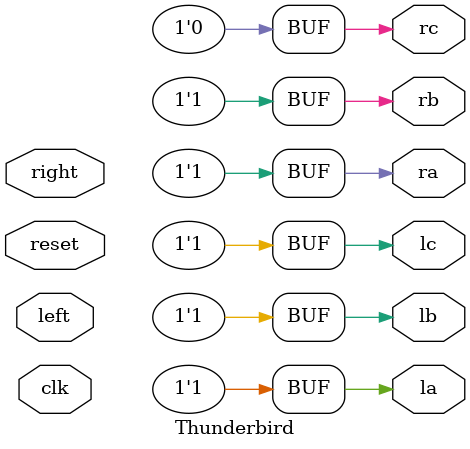
<source format=sv>
module Thunderbird (
	input logic clk,
	input logic reset,
	input logic left,
	input logic right,
	output logic la,
	output logic lb,
	output logic lc,
	output logic ra,
	output logic rb,
	output logic rc
);
typedef enum logic [2:0] {S0=3'b000, S1=3'b001, S2=3'b010,
			S3=3'b011, S4=3'b100, S5=3'b101, S6=3'b110} statetype;
	
statetype state, nextstate;

always_ff @(posedge clk, posedge reset)
		if (reset) state <= S0;
		else state <= nextstate;

always_comb 
	case(state)
	S0: if (left&~right) nextstate=S1;
		else if(right&~left) nextstate=S4;
	S1: nextstate=S2;
	S2: nextstate=S3;
	S3: nextstate=S0;
	S4: nextstate=S5;
	S5: nextstate=S6;
	S6: nextstate=S0;
	endcase
	
assign la=S1|S2|S3;
assign lb=S2|S3;
assign lc=S3;

assign ra=S4|S5|S6;
assign rb=S5|S6;
assign rc=S6;

endmodule
</source>
